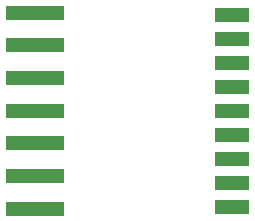
<source format=gbp>
G04 DipTrace 3.3.1.1*
G04 BottomPaste.gbp*
%MOIN*%
G04 #@! TF.FileFunction,Paste,Bot*
G04 #@! TF.Part,Single*
%ADD35R,0.11712X0.04712*%
%ADD47R,0.19212X0.04662*%
%FSLAX26Y26*%
G04*
G70*
G90*
G75*
G01*
G04 BotPaste*
%LPD*%
D47*
X500095Y479396D3*
Y588396D3*
Y697396D3*
Y806396D3*
Y915396D3*
Y1024396D3*
Y1133396D3*
D35*
X1156350Y1126140D3*
Y1046140D3*
Y966140D3*
Y886140D3*
Y806140D3*
Y726140D3*
Y646140D3*
Y566140D3*
Y486140D3*
M02*

</source>
